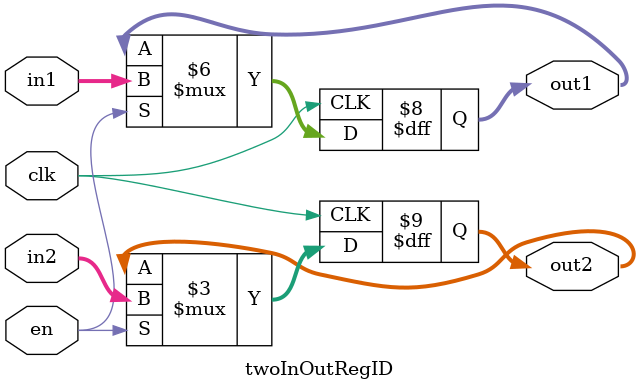
<source format=v>
module twoInOutRegID(clk,en,in1,in2,out1,out2);
input clk,en;
input [31:0] in1,in2;
output reg [31:0] out1,out2;

always @ (posedge clk) begin
	if (en) begin
		out1 = in1;
		out2 = in2;
	end
end

endmodule

</source>
